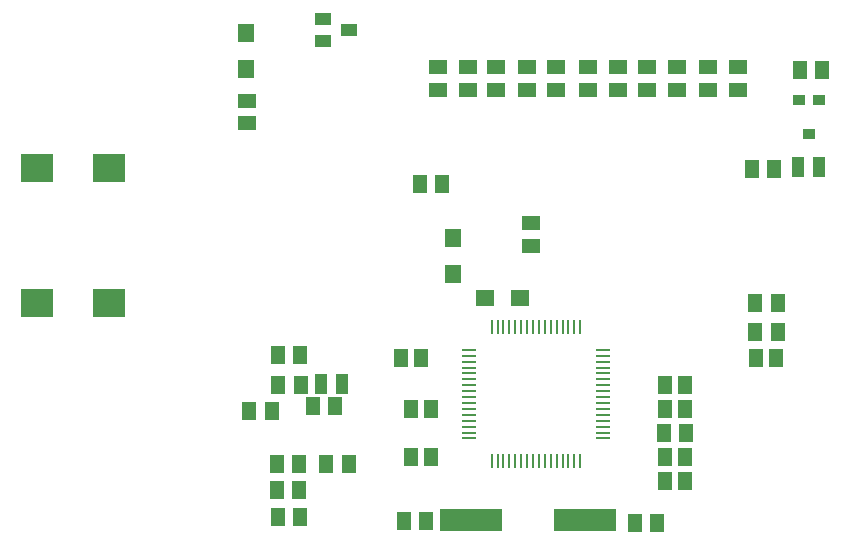
<source format=gbr>
G04 EAGLE Gerber RS-274X export*
G75*
%MOMM*%
%FSLAX34Y34*%
%LPD*%
%INSolderpaste Top*%
%IPPOS*%
%AMOC8*
5,1,8,0,0,1.08239X$1,22.5*%
G01*
%ADD10R,5.334000X1.930400*%
%ADD11R,1.300000X1.500000*%
%ADD12R,1.020000X1.780000*%
%ADD13R,1.400000X1.600000*%
%ADD14R,1.500000X1.300000*%
%ADD15R,1.000000X0.900000*%
%ADD16R,1.100000X0.900000*%
%ADD17R,1.400000X1.000000*%
%ADD18R,0.228600X1.200000*%
%ADD19R,1.200000X0.228600*%
%ADD20R,1.300000X1.600000*%
%ADD21R,1.600000X1.400000*%
%ADD22R,2.800000X2.400000*%


D10*
X579374Y157226D03*
X675894Y157226D03*
D11*
X434188Y297180D03*
X415188Y297180D03*
X434188Y159766D03*
X415188Y159766D03*
X414553Y183007D03*
X433553Y183007D03*
X414553Y205232D03*
X433553Y205232D03*
X391312Y249936D03*
X410312Y249936D03*
X415696Y272161D03*
X434696Y272161D03*
X475463Y205359D03*
X456463Y205359D03*
X445160Y254254D03*
X464160Y254254D03*
D12*
X470164Y272669D03*
X452364Y272669D03*
D11*
X541122Y156464D03*
X522122Y156464D03*
X717448Y154940D03*
X736448Y154940D03*
X535457Y441706D03*
X554457Y441706D03*
D13*
X563880Y396000D03*
X563880Y366000D03*
D14*
X389636Y512420D03*
X389636Y493420D03*
D12*
X874024Y456692D03*
X856224Y456692D03*
D11*
X835508Y455168D03*
X816508Y455168D03*
X857148Y538480D03*
X876148Y538480D03*
D14*
X550672Y540868D03*
X550672Y521868D03*
X576580Y540868D03*
X576580Y521868D03*
X600456Y540868D03*
X600456Y521868D03*
X626364Y540868D03*
X626364Y521868D03*
X804672Y540868D03*
X804672Y521868D03*
X753364Y540868D03*
X753364Y521868D03*
X779272Y540868D03*
X779272Y521868D03*
X629920Y389788D03*
X629920Y408788D03*
D15*
X873624Y513356D03*
X856624Y513356D03*
D16*
X865124Y484356D03*
D17*
X475312Y572516D03*
X453312Y563016D03*
X453312Y582016D03*
D14*
X727964Y540868D03*
X727964Y521868D03*
X703072Y540868D03*
X703072Y521868D03*
X678180Y540868D03*
X678180Y521868D03*
X651256Y540868D03*
X651256Y521868D03*
D13*
X388620Y569736D03*
X388620Y539736D03*
D18*
X671484Y321160D03*
X666484Y321160D03*
X661484Y321160D03*
X656484Y321160D03*
X651484Y321160D03*
X646484Y321160D03*
X641484Y321160D03*
X636484Y321160D03*
X631484Y321160D03*
X626484Y321160D03*
X621484Y321160D03*
X616484Y321160D03*
X611484Y321160D03*
X606484Y321160D03*
X601484Y321160D03*
X596484Y321160D03*
D19*
X576984Y301660D03*
X576984Y296660D03*
X576984Y291660D03*
X576984Y286660D03*
X576984Y281660D03*
X576984Y276660D03*
X576984Y271660D03*
X576984Y266660D03*
X576984Y261660D03*
X576984Y256660D03*
X576984Y251660D03*
X576984Y246660D03*
X576984Y241660D03*
X576984Y236660D03*
X576984Y231660D03*
X576984Y226660D03*
D18*
X596484Y207160D03*
X601484Y207160D03*
X606484Y207160D03*
X611484Y207160D03*
X616484Y207160D03*
X621484Y207160D03*
X626484Y207160D03*
X631484Y207160D03*
X636484Y207160D03*
X641484Y207160D03*
X646484Y207160D03*
X651484Y207160D03*
X656484Y207160D03*
X661484Y207160D03*
X666484Y207160D03*
X671484Y207160D03*
D19*
X690984Y226660D03*
X690984Y231660D03*
X690984Y236660D03*
X690984Y241660D03*
X690984Y246660D03*
X690984Y251660D03*
X690984Y256660D03*
X690984Y261660D03*
X690984Y266660D03*
X690984Y271660D03*
X690984Y276660D03*
X690984Y281660D03*
X690984Y286660D03*
X690984Y291660D03*
X690984Y296660D03*
X690984Y301660D03*
D11*
X743340Y211328D03*
X760340Y211328D03*
X544948Y251968D03*
X527948Y251968D03*
X544948Y211328D03*
X527948Y211328D03*
X743340Y191008D03*
X760340Y191008D03*
X743340Y251968D03*
X760340Y251968D03*
X743340Y272288D03*
X760340Y272288D03*
D20*
X819556Y341376D03*
X838556Y341376D03*
D11*
X820556Y294640D03*
X837556Y294640D03*
D20*
X819556Y316992D03*
X838556Y316992D03*
X761340Y231648D03*
X742340Y231648D03*
D21*
X620536Y345440D03*
X590536Y345440D03*
D11*
X536820Y294640D03*
X519820Y294640D03*
D22*
X211328Y455272D03*
X211328Y341272D03*
X272328Y455272D03*
X272328Y341272D03*
M02*

</source>
